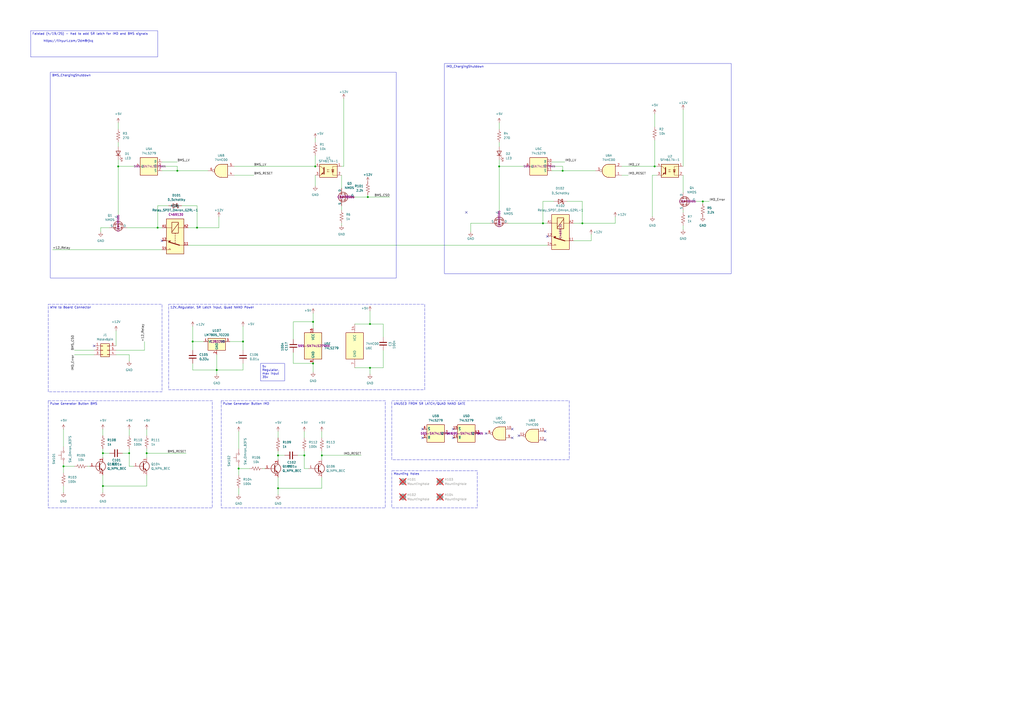
<source format=kicad_sch>
(kicad_sch (version 20250114) (generator "eeschema") (generator_version "9.0")
  (paper "A2")
  (text "https://tinyurl.com/2dm8rjkq" (at 39.624 23.876 0) (effects (font (size 1.27 1.27))))
  (text_box "IMD_ChargingShutdown" (at 257.81 36.83 0) (size 166.37 121.92) (margins 0.9525 0.9525 0.9525 0.9525) (effects (font (size 1.27 1.27)) (justify left top)))
  (text_box "Pulse Generator Button BMS\n" (at 27.94 232.41 0) (size 95.25 62.23) (margins 0.9525 0.9525 0.9525 0.9525) (stroke (width 0) (type dash)) (effects (font (size 1.27 1.27)) (justify left top)))
  (text_box "UNUSED FROM SR LATCH/QUAD NAND GATE" (at 227.33 232.41 0) (size 102.87 34.29) (margins 0.9525 0.9525 0.9525 0.9525) (stroke (width 0) (type dash)) (effects (font (size 1.27 1.27)) (justify left top)))
  (text_box "Wire to Board Connector" (at 27.94 176.53 0) (size 66.04 50.8) (margins 0.9525 0.9525 0.9525 0.9525) (stroke (width 0) (type dash)) (effects (font (size 1.27 1.27)) (justify left top)))
  (text_box "Falstad (4/19/25) - Had to add SR latch for IMD and BMS signals" (at 17.78 17.78 0) (size 73.66 15.24) (margins 0.9525 0.9525 0.9525 0.9525) (effects (font (size 1.27 1.27)) (justify left top)))
  (text_box "5v Regulator, max input 35v" (at 151.13 210.82 0) (size 13.97 10.16) (margins 0.9525 0.9525 0.9525 0.9525) (effects (font (size 1.27 1.27)) (justify left top)))
  (text_box "12V_Regulator, SR Latch input, Quad NAND Power" (at 97.79 176.53 0) (size 148.59 49.53) (margins 0.9525 0.9525 0.9525 0.9525) (stroke (width 0) (type dash)) (effects (font (size 1.27 1.27)) (justify left top)))
  (text_box "BMS_ChargingShutdown" (at 29.21 41.91 0) (size 200.66 119.38) (margins 0.9525 0.9525 0.9525 0.9525) (effects (font (size 1.27 1.27)) (justify left top)))
  (text_box "Pulse Generator Button IMD" (at 128.27 232.41 0) (size 95.25 62.23) (margins 0.9525 0.9525 0.9525 0.9525) (stroke (width 0) (type dash)) (effects (font (size 1.27 1.27)) (justify left top)))
  (text_box "Mounting Holes" (at 227.33 273.05 0) (size 49.53 21.59) (margins 0.9525 0.9525 0.9525 0.9525) (stroke (width 0) (type dash)) (effects (font (size 1.27 1.27)) (justify left top)))
  (junction (at 102.87 99.06))
  (junction (at 326.39 99.06))
  (junction (at 140.97 198.12))
  (junction (at 111.76 198.12))
  (junction (at 85.09 262.89))
  (junction (at 114.3 132.08))
  (junction (at 91.44 132.08))
  (junction (at 186.69 264.16))
  (junction (at 289.56 96.52))
  (junction (at 59.69 262.89))
  (junction (at 161.29 283.21))
  (junction (at 379.73 96.52))
  (junction (at 138.43 271.78))
  (junction (at 176.53 264.16))
  (junction (at 68.58 96.52))
  (junction (at 125.73 214.63))
  (junction (at 407.67 116.84))
  (junction (at 337.82 129.54))
  (junction (at 213.36 114.3))
  (junction (at 214.63 213.36))
  (junction (at 182.88 96.52))
  (junction (at 314.96 129.54))
  (junction (at 59.69 281.94))
  (junction (at 161.29 264.16))
  (junction (at 181.61 210.82))
  (junction (at 74.93 262.89))
  (junction (at 181.61 186.69))
  (junction (at 214.63 187.96))
  (junction (at 36.83 270.51))
  (no_connect (at 245.11 254))
  (no_connect (at 54.61 200.66))
  (no_connect (at 316.23 255.27))
  (no_connect (at 245.11 248.92))
  (no_connect (at 317.5 137.16))
  (no_connect (at 93.98 139.7))
  (no_connect (at 260.35 251.46))
  (no_connect (at 281.94 251.46))
  (no_connect (at 270.51 123.19))
  (no_connect (at 262.89 254))
  (no_connect (at 300.99 252.73))
  (no_connect (at 316.23 250.19))
  (no_connect (at 278.13 251.46))
  (no_connect (at 297.18 254))
  (no_connect (at 297.18 248.92))
  (no_connect (at 262.89 248.92))
  (wire (pts (xy 140.97 198.12) (xy 140.97 203.2)))
  (wire (pts (xy 59.69 275.59) (xy 59.69 281.94)))
  (wire (pts (xy 403.86 116.84) (xy 407.67 116.84)))
  (wire (pts (xy 102.87 99.06) (xy 102.87 96.52)))
  (wire (pts (xy 74.93 205.74) (xy 74.93 209.55)))
  (wire (pts (xy 67.31 205.74) (xy 74.93 205.74)))
  (wire (pts (xy 396.24 96.52) (xy 396.24 63.5)))
  (wire (pts (xy 36.83 269.24) (xy 36.83 270.51)))
  (wire (pts (xy 161.29 261.62) (xy 161.29 264.16)))
  (wire (pts (xy 289.56 71.12) (xy 289.56 74.93)))
  (wire (pts (xy 289.56 96.52) (xy 289.56 92.71)))
  (wire (pts (xy 85.09 281.94) (xy 59.69 281.94)))
  (wire (pts (xy 356.87 125.73) (xy 356.87 129.54)))
  (wire (pts (xy 36.83 270.51) (xy 43.18 270.51)))
  (wire (pts (xy 73.66 132.08) (xy 91.44 132.08)))
  (wire (pts (xy 85.09 248.92) (xy 85.09 252.73)))
  (wire (pts (xy 43.18 203.2) (xy 54.61 203.2)))
  (wire (pts (xy 182.88 101.6) (xy 182.88 107.95)))
  (wire (pts (xy 114.3 132.08) (xy 109.22 132.08)))
  (wire (pts (xy 176.53 271.78) (xy 179.07 271.78)))
  (wire (pts (xy 58.42 132.08) (xy 58.42 134.62)))
  (wire (pts (xy 111.76 198.12) (xy 118.11 198.12)))
  (wire (pts (xy 59.69 262.89) (xy 59.69 265.43)))
  (wire (pts (xy 198.12 129.54) (xy 198.12 130.81)))
  (wire (pts (xy 396.24 121.92) (xy 396.24 123.19)))
  (wire (pts (xy 182.88 90.17) (xy 182.88 96.52)))
  (wire (pts (xy 320.04 93.98) (xy 327.66 93.98)))
  (wire (pts (xy 109.22 142.24) (xy 317.5 142.24)))
  (wire (pts (xy 326.39 96.52) (xy 326.39 99.06)))
  (wire (pts (xy 337.82 129.54) (xy 332.74 129.54)))
  (wire (pts (xy 284.48 129.54) (xy 273.05 129.54)))
  (wire (pts (xy 289.56 96.52) (xy 304.8 96.52)))
  (wire (pts (xy 74.93 262.89) (xy 74.93 270.51)))
  (wire (pts (xy 379.73 66.04) (xy 379.73 73.66)))
  (wire (pts (xy 314.96 116.84) (xy 321.31 116.84)))
  (wire (pts (xy 396.24 101.6) (xy 396.24 111.76)))
  (wire (pts (xy 273.05 129.54) (xy 273.05 134.62)))
  (wire (pts (xy 396.24 130.81) (xy 396.24 133.35)))
  (wire (pts (xy 181.61 210.82) (xy 181.61 215.9)))
  (wire (pts (xy 111.76 214.63) (xy 125.73 214.63)))
  (wire (pts (xy 226.06 114.3) (xy 213.36 114.3)))
  (wire (pts (xy 342.9 135.89) (xy 342.9 139.7)))
  (wire (pts (xy 182.88 80.01) (xy 182.88 82.55)))
  (wire (pts (xy 138.43 271.78) (xy 144.78 271.78)))
  (wire (pts (xy 114.3 119.38) (xy 114.3 132.08)))
  (wire (pts (xy 127 125.73) (xy 127 132.08)))
  (wire (pts (xy 170.18 196.85) (xy 170.18 186.69)))
  (wire (pts (xy 186.69 264.16) (xy 186.69 266.7)))
  (wire (pts (xy 93.98 132.08) (xy 91.44 132.08)))
  (wire (pts (xy 176.53 250.19) (xy 176.53 254)))
  (wire (pts (xy 152.4 271.78) (xy 153.67 271.78)))
  (wire (pts (xy 342.9 139.7) (xy 332.74 139.7)))
  (wire (pts (xy 289.56 96.52) (xy 289.56 121.92)))
  (wire (pts (xy 213.36 113.03) (xy 213.36 114.3)))
  (wire (pts (xy 294.64 129.54) (xy 314.96 129.54)))
  (wire (pts (xy 161.29 264.16) (xy 165.1 264.16)))
  (wire (pts (xy 320.04 96.52) (xy 326.39 96.52)))
  (wire (pts (xy 170.18 186.69) (xy 181.61 186.69)))
  (wire (pts (xy 138.43 270.51) (xy 138.43 271.78)))
  (wire (pts (xy 289.56 82.55) (xy 289.56 85.09)))
  (wire (pts (xy 68.58 71.12) (xy 68.58 74.93)))
  (wire (pts (xy 181.61 186.69) (xy 181.61 190.5)))
  (wire (pts (xy 186.69 283.21) (xy 161.29 283.21)))
  (wire (pts (xy 181.61 210.82) (xy 170.18 210.82)))
  (wire (pts (xy 59.69 262.89) (xy 63.5 262.89)))
  (wire (pts (xy 328.93 116.84) (xy 337.82 116.84)))
  (wire (pts (xy 91.44 119.38) (xy 91.44 132.08)))
  (wire (pts (xy 59.69 281.94) (xy 59.69 285.75)))
  (wire (pts (xy 214.63 180.34) (xy 214.63 187.96)))
  (wire (pts (xy 407.67 116.84) (xy 407.67 118.11)))
  (wire (pts (xy 68.58 96.52) (xy 78.74 96.52)))
  (wire (pts (xy 127 132.08) (xy 114.3 132.08)))
  (wire (pts (xy 58.42 132.08) (xy 63.5 132.08)))
  (wire (pts (xy 214.63 213.36) (xy 205.74 213.36)))
  (wire (pts (xy 107.95 262.89) (xy 85.09 262.89)))
  (wire (pts (xy 133.35 198.12) (xy 140.97 198.12)))
  (wire (pts (xy 111.76 210.82) (xy 111.76 214.63)))
  (wire (pts (xy 317.5 129.54) (xy 314.96 129.54)))
  (wire (pts (xy 36.83 270.51) (xy 36.83 274.32)))
  (wire (pts (xy 36.83 281.94) (xy 36.83 285.75)))
  (wire (pts (xy 209.55 264.16) (xy 186.69 264.16)))
  (wire (pts (xy 105.41 119.38) (xy 114.3 119.38)))
  (wire (pts (xy 199.39 57.15) (xy 199.39 96.52)))
  (wire (pts (xy 378.46 101.6) (xy 381 101.6)))
  (wire (pts (xy 176.53 264.16) (xy 176.53 261.62)))
  (wire (pts (xy 111.76 189.23) (xy 111.76 198.12)))
  (wire (pts (xy 140.97 189.23) (xy 140.97 198.12)))
  (wire (pts (xy 138.43 260.35) (xy 138.43 250.19)))
  (wire (pts (xy 74.93 248.92) (xy 74.93 252.73)))
  (wire (pts (xy 111.76 198.12) (xy 111.76 203.2)))
  (wire (pts (xy 59.69 260.35) (xy 59.69 262.89)))
  (wire (pts (xy 407.67 116.84) (xy 411.48 116.84)))
  (wire (pts (xy 198.12 101.6) (xy 198.12 109.22)))
  (wire (pts (xy 93.98 93.98) (xy 102.87 93.98)))
  (wire (pts (xy 337.82 129.54) (xy 356.87 129.54)))
  (wire (pts (xy 36.83 259.08) (xy 36.83 248.92)))
  (wire (pts (xy 140.97 210.82) (xy 140.97 214.63)))
  (wire (pts (xy 135.89 101.6) (xy 147.32 101.6)))
  (wire (pts (xy 360.68 101.6) (xy 364.49 101.6)))
  (wire (pts (xy 378.46 101.6) (xy 378.46 125.73)))
  (wire (pts (xy 97.79 119.38) (xy 91.44 119.38)))
  (wire (pts (xy 93.98 99.06) (xy 102.87 99.06)))
  (wire (pts (xy 161.29 276.86) (xy 161.29 283.21)))
  (wire (pts (xy 222.25 203.2) (xy 222.25 213.36)))
  (wire (pts (xy 337.82 116.84) (xy 337.82 129.54)))
  (wire (pts (xy 199.39 96.52) (xy 198.12 96.52)))
  (wire (pts (xy 186.69 261.62) (xy 186.69 264.16)))
  (wire (pts (xy 67.31 191.77) (xy 67.31 200.66)))
  (wire (pts (xy 125.73 214.63) (xy 125.73 217.17)))
  (wire (pts (xy 83.82 203.2) (xy 83.82 198.12)))
  (wire (pts (xy 205.74 187.96) (xy 214.63 187.96)))
  (wire (pts (xy 161.29 264.16) (xy 161.29 266.7)))
  (wire (pts (xy 125.73 205.74) (xy 125.73 214.63)))
  (wire (pts (xy 320.04 99.06) (xy 326.39 99.06)))
  (wire (pts (xy 85.09 262.89) (xy 85.09 265.43)))
  (wire (pts (xy 170.18 210.82) (xy 170.18 204.47)))
  (wire (pts (xy 59.69 248.92) (xy 59.69 252.73)))
  (wire (pts (xy 379.73 81.28) (xy 379.73 96.52)))
  (wire (pts (xy 214.63 187.96) (xy 222.25 187.96)))
  (wire (pts (xy 198.12 119.38) (xy 198.12 121.92)))
  (wire (pts (xy 172.72 264.16) (xy 176.53 264.16)))
  (wire (pts (xy 360.68 96.52) (xy 379.73 96.52)))
  (wire (pts (xy 68.58 96.52) (xy 68.58 124.46)))
  (wire (pts (xy 138.43 283.21) (xy 138.43 287.02)))
  (wire (pts (xy 125.73 214.63) (xy 140.97 214.63)))
  (wire (pts (xy 186.69 250.19) (xy 186.69 254)))
  (wire (pts (xy 67.31 203.2) (xy 83.82 203.2)))
  (wire (pts (xy 135.89 96.52) (xy 182.88 96.52)))
  (wire (pts (xy 222.25 213.36) (xy 214.63 213.36)))
  (wire (pts (xy 85.09 275.59) (xy 85.09 281.94)))
  (wire (pts (xy 54.61 205.74) (xy 43.18 205.74)))
  (wire (pts (xy 50.8 270.51) (xy 52.07 270.51)))
  (wire (pts (xy 222.25 187.96) (xy 222.25 195.58)))
  (wire (pts (xy 102.87 99.06) (xy 120.65 99.06)))
  (wire (pts (xy 68.58 96.52) (xy 68.58 92.71)))
  (wire (pts (xy 176.53 264.16) (xy 176.53 271.78)))
  (wire (pts (xy 326.39 99.06) (xy 345.44 99.06)))
  (wire (pts (xy 85.09 260.35) (xy 85.09 262.89)))
  (wire (pts (xy 214.63 213.36) (xy 214.63 217.17)))
  (wire (pts (xy 102.87 96.52) (xy 93.98 96.52)))
  (wire (pts (xy 74.93 262.89) (xy 74.93 260.35)))
  (wire (pts (xy 71.12 262.89) (xy 74.93 262.89)))
  (wire (pts (xy 74.93 270.51) (xy 77.47 270.51)))
  (wire (pts (xy 205.74 114.3) (xy 213.36 114.3)))
  (wire (pts (xy 68.58 82.55) (xy 68.58 85.09)))
  (wire (pts (xy 314.96 129.54) (xy 314.96 116.84)))
  (wire (pts (xy 138.43 271.78) (xy 138.43 275.59)))
  (wire (pts (xy 30.48 144.78) (xy 93.98 144.78)))
  (wire (pts (xy 379.73 96.52) (xy 381 96.52)))
  (wire (pts (xy 161.29 283.21) (xy 161.29 287.02)))
  (wire (pts (xy 161.29 250.19) (xy 161.29 254)))
  (wire (pts (xy 181.61 181.61) (xy 181.61 186.69)))
  (wire (pts (xy 186.69 276.86) (xy 186.69 283.21)))
  (label "IMD_Error" (at 411.48 116.84 0))
  (label "BMS_LV" (at 102.87 93.98 0))
  (label "+12_Relay" (at 83.82 198.12 90))
  (label "BMS_CSO" (at 43.18 203.2 90))
  (label "IMD_LV" (at 364.49 96.52 0))
  (label "+12_Relay" (at 30.48 144.78 0))
  (label "IMD_Error" (at 43.18 205.74 270))
  (label "BMS_RESET" (at 147.32 101.6 0))
  (label "IMD_RESET" (at 209.55 264.16 180))
  (label "IMD_LV" (at 327.66 93.98 0))
  (label "IMD_RESET" (at 364.49 101.6 0))
  (label "BMS_LV" (at 147.32 96.52 0))
  (label "BMS_RESET" (at 107.95 262.89 180))
  (label "BMS_CSO" (at 226.06 114.3 180))
  (symbol (lib_id "Transistor_BJT:Q_NPN_BEC") (at 82.55 270.51 0) (unit 1)
    (property "Reference" "Q104" (at 87.63 269.2399 0) (effects (justify left)))
    (property "Value" "Q_NPN_BEC" (at 87.63 271.7799 0) (effects (justify left)))
    (property "Footprint" "Package_TO_SOT_THT:TO-92" (effects (hide yes)))
    (property "Datasheet" "https://diotec.com/request/datasheet/bc337.pdf" (effects (hide yes)))
    (property "Description" "NPN transistor, base/emitter/collector" (effects (hide yes)))
    (property "MPN" "BC338-25" (effects (hide yes)))
    (property "Digikey" "4878-BC338-25TB-ND" (effects (hide yes)))
  )
  (symbol (lib_id "Device:C") (at 140.97 207.01 0) (unit 1)
    (property "Reference" "C106" (at 144.78 205.7399 0) (effects (justify left)))
    (property "Value" "0.01u" (at 144.78 208.2799 0) (effects (justify left)))
    (property "Footprint" "Capacitor_THT:CP_Radial_D5.0mm_P2.50mm" (effects (hide yes)))
    (property "Datasheet" "https://search.murata.co.jp/Ceramy/image/img/A01X/G101/ENG/RDE_X7R_250V-1kV_E.pdf" (effects (hide yes)))
    (property "Description" "Unpolarized capacitor" (effects (hide yes)))
    (property "MPN" "RDER71H103K0P1H03B" (effects (hide yes)))
    (property "Digikey" "490-8813-ND" (effects (hide yes)))
  )
  (symbol (lib_id "power:GND") (at 396.24 133.35 0) (unit 1)
    (property "Reference" "#PWR016" (effects (hide yes)))
    (property "Value" "GND" (at 396.24 138.43 0))
    (property "Description" "Power symbol creates a global label with name \"GND\" , ground" (effects (hide yes)))
  )
  (symbol (lib_id "Device:R_US") (at 148.59 271.78 270) (unit 1)
    (property "Reference" "R106" (at 148.59 265.43 90))
    (property "Value" "10k" (at 148.59 267.97 90))
    (property "Footprint" "Resistor_THT:R_Axial_DIN0207_L6.3mm_D2.5mm_P7.62mm_Horizontal" (effects (hide yes)))
    (property "Datasheet" "https://www.yageo.com/upload/media/product/app/datasheet/lr/yageo-mfr_datasheet.pdf" (effects (hide yes)))
    (property "Description" "Resistor, US symbol" (effects (hide yes)))
    (property "MPN" "MFR-25FRF52-10K" (effects (hide yes)))
    (property "Digikey" "13-MFR-25FRF52-10KCT-ND" (effects (hide yes)))
  )
  (symbol (lib_id "74xx:74HC00") (at 308.61 252.73 180) (unit 4)
    (property "Reference" "U6" (at 308.6183 243.84 0))
    (property "Value" "74HC00" (at 308.6183 246.38 0))
    (property "Footprint" "Package_DIP:DIP-14_W7.62mm" (effects (hide yes)))
    (property "Datasheet" "http://www.ti.com/lit/gpn/sn74hc00" (effects (hide yes)))
    (property "Description" "quad 2-input NAND gate" (effects (hide yes)))
    (property "JLC#" "C2902" (effects (hide yes)))
    (property "MPN" "  SN74HC00N" (effects (hide yes)))
    (property "Digikey" "296-1563-5-ND" (effects (hide yes)))
  )
  (symbol (lib_id "74xx:74HC00") (at 289.56 251.46 180) (unit 3)
    (property "Reference" "U6" (at 289.5683 242.57 0))
    (property "Value" "74HC00" (at 289.5683 245.11 0))
    (property "Footprint" "Package_DIP:DIP-14_W7.62mm" (effects (hide yes)))
    (property "Datasheet" "http://www.ti.com/lit/gpn/sn74hc00" (effects (hide yes)))
    (property "Description" "quad 2-input NAND gate" (effects (hide yes)))
    (property "JLC#" "C2902" (effects (hide yes)))
    (property "MPN" "  SN74HC00N" (effects (hide yes)))
    (property "Digikey" "296-1563-5-ND" (effects (hide yes)))
  )
  (symbol (lib_id "power:+12V") (at 111.76 189.23 0) (unit 1)
    (property "Reference" "#PWR0116" (effects (hide yes)))
    (property "Value" "+12V" (at 116.078 188.214 0))
    (property "Description" "Power symbol creates a global label with name \"+12V\"" (effects (hide yes)))
  )
  (symbol (lib_id "Simulation_SPICE:NMOS") (at 398.78 116.84 0) (mirror y) (unit 1)
    (property "Reference" "Q4" (at 401.32 108.966 0))
    (property "Value" "NMOS" (at 401.32 111.506 0))
    (property "Footprint" "Package_TO_SOT_THT:TO-251-3_Vertical" (effects (hide yes)))
    (property "Datasheet" "https://www.infineon.com/assets/row/public/documents/24/49/infineon-ipu60r2k1ce-ds-en.pdf?fileId=5546d46249be182c0149c7e409461eac" (effects (hide yes)))
    (property "Description" "N-MOSFET transistor, drain/source/gate" (effects (hide yes)))
    (property "Sim.Device" "NMOS" (effects (hide yes)))
    (property "Sim.Type" "VDMOS" (effects (hide yes)))
    (property "Sim.Pins" "1=D 2=G 3=S" (effects (hide yes)))
    (property "JLC#" "C3278986" (at 398.78 116.84 0))
    (property "MPN" "  IPU60R2K1CEAKMA1" (effects (hide yes)))
    (property "Digikey" "  IPU60R2K1CEAKMA1-ND" (effects (hide yes)))
  )
  (symbol (lib_name "+5V_1") (lib_id "power:+5V") (at 59.69 248.92 0) (unit 1)
    (property "Reference" "#PWR0112" (effects (hide yes)))
    (property "Value" "+5V" (at 59.69 243.84 0))
    (property "Description" "Power symbol creates a global label with name \"+5V\"" (effects (hide yes)))
  )
  (symbol (lib_id "Device:C") (at 168.91 264.16 90) (unit 1)
    (property "Reference" "C102" (at 169.164 268.224 90))
    (property "Value" "0.01u" (at 169.418 270.51 90))
    (property "Footprint" "Capacitor_THT:CP_Radial_D5.0mm_P2.50mm" (effects (hide yes)))
    (property "Datasheet" "https://search.murata.co.jp/Ceramy/image/img/A01X/G101/ENG/RDE_X7R_250V-1kV_E.pdf" (effects (hide yes)))
    (property "Description" "Unpolarized capacitor" (effects (hide yes)))
    (property "MPN" "RDER71H103K0P1H03B" (effects (hide yes)))
    (property "Digikey" "490-8813-ND" (effects (hide yes)))
  )
  (symbol (lib_id "power:GND") (at 58.42 134.62 0) (unit 1)
    (property "Reference" "#PWR0101" (effects (hide yes)))
    (property "Value" "GND" (at 58.42 139.7 0))
    (property "Description" "Power symbol creates a global label with name \"GND\" , ground" (effects (hide yes)))
  )
  (symbol (lib_name "+5V_1") (lib_id "power:+5V") (at 36.83 248.92 0) (unit 1)
    (property "Reference" "#PWR0110" (effects (hide yes)))
    (property "Value" "+5V" (at 36.83 243.84 0))
    (property "Description" "Power symbol creates a global label with name \"+5V\"" (effects (hide yes)))
  )
  (symbol (lib_id "74xx:74LS279") (at 86.36 96.52 180) (unit 1)
    (property "Reference" "U5" (at 86.36 86.36 0))
    (property "Value" "74LS279" (at 86.36 88.9 0))
    (property "Footprint" "Package_DIP:DIP-16_W7.62mm" (effects (hide yes)))
    (property "Datasheet" "https://www.ti.com/lit/ds/symlink/sn54ls279a.pdf?ts=1755633696385&ref_url=https%253A%252F%252Fwww.mouser.com%252F" (effects (hide yes)))
    (property "Description" "Quad SR latch, DIP-16/SOIC-16/SOIC-16W" (effects (hide yes)))
    (property "MOUSER" " 595-SN74LS279AN" (at 86.36 96.52 0))
    (property "MPN" "  SN74LS279AN" (effects (hide yes)))
    (property "Digikey" "296-3684-5-ND" (effects (hide yes)))
    (property "JLC#" " C133941" (effects (hide yes)))
  )
  (symbol (lib_id "Device:R_US") (at 36.83 278.13 0) (unit 1)
    (property "Reference" "R103" (at 39.37 276.8599 0) (effects (justify left)))
    (property "Value" "100k" (at 39.37 279.3999 0) (effects (justify left)))
    (property "Footprint" "Resistor_THT:R_Axial_DIN0207_L6.3mm_D2.5mm_P7.62mm_Horizontal" (effects (hide yes)))
    (property "Datasheet" "R" (effects (hide yes)))
    (property "Description" "Resistor, US symbol" (effects (hide yes)))
    (property "MPN" "MFR-25FRF52-100K" (effects (hide yes)))
    (property "Digikey" "13-MFR-25FRF52-100KCT-ND" (effects (hide yes)))
  )
  (symbol (lib_id "Device:R_US") (at 68.58 78.74 0) (unit 1)
    (property "Reference" "R3" (at 71.12 77.4699 0) (effects (justify left)))
    (property "Value" "270" (at 71.12 80.0099 0) (effects (justify left)))
    (property "Footprint" "Resistor_THT:R_Axial_DIN0207_L6.3mm_D2.5mm_P7.62mm_Horizontal" (effects (hide yes)))
    (property "Datasheet" "https://www.yageo.com/upload/media/product/app/datasheet/lr/yageo-mfr_datasheet.pdf" (effects (hide yes)))
    (property "Description" "Resistor, US symbol" (effects (hide yes)))
    (property "MPN" "MFR25SFTF52-270R" (effects (hide yes)))
    (property "Digikey" "13-MFR25SFTF52-270RCT-ND" (effects (hide yes)))
  )
  (symbol (lib_id "Mechanical:MountingHole") (at 255.27 288.29 0) (unit 1) (exclude_from_sim yes) (in_bom no) (dnp yes)
    (property "Reference" "H104" (at 257.81 287.0199 0) (effects (justify left)))
    (property "Value" "MountingHole" (at 257.81 289.5599 0) (effects (justify left)))
    (property "Description" "Mounting Hole without connection" (effects (hide yes)))
  )
  (symbol (lib_name "+5V_1") (lib_id "power:+5V") (at 176.53 250.19 0) (unit 1)
    (property "Reference" "#PWR0123" (effects (hide yes)))
    (property "Value" "+5V" (at 176.53 245.11 0))
    (property "Description" "Power symbol creates a global label with name \"+5V\"" (effects (hide yes)))
  )
  (symbol (lib_id "power:+12V") (at 342.9 135.89 0) (unit 1)
    (property "Reference" "#PWR0109" (effects (hide yes)))
    (property "Value" "+12V" (at 346.71 134.62 0))
    (property "Description" "Power symbol creates a global label with name \"+12V\"" (effects (hide yes)))
  )
  (symbol (lib_id "Transistor_BJT:Q_NPN_BEC") (at 158.75 271.78 0) (unit 1)
    (property "Reference" "Q105" (at 163.83 270.5099 0) (effects (justify left)))
    (property "Value" "Q_NPN_BEC" (at 163.83 273.0499 0) (effects (justify left)))
    (property "Footprint" "Package_TO_SOT_THT:TO-92" (effects (hide yes)))
    (property "Datasheet" "https://diotec.com/request/datasheet/bc337.pdf" (effects (hide yes)))
    (property "Description" "NPN transistor, base/emitter/collector" (effects (hide yes)))
    (property "MPN" "BC338-25" (effects (hide yes)))
    (property "Digikey" "4878-BC338-25TB-ND" (effects (hide yes)))
  )
  (symbol (lib_id "power:+5V") (at 214.63 180.34 0) (unit 1)
    (property "Reference" "#PWR05" (effects (hide yes)))
    (property "Value" "+5V" (at 211.582 178.816 0))
    (property "Description" "Power symbol creates a global label with name \"+5V\"" (effects (hide yes)))
  )
  (symbol (lib_name "GND_2") (lib_id "power:GND") (at 36.83 285.75 0) (unit 1)
    (property "Reference" "#PWR0111" (effects (hide yes)))
    (property "Value" "GND" (at 36.83 290.83 0))
    (property "Description" "Power symbol creates a global label with name \"GND\" , ground" (effects (hide yes)))
  )
  (symbol (lib_id "power:+5V") (at 289.56 71.12 0) (unit 1)
    (property "Reference" "#PWR012" (effects (hide yes)))
    (property "Value" "+5V" (at 289.56 66.04 0))
    (property "Description" "Power symbol creates a global label with name \"+5V\"" (effects (hide yes)))
  )
  (symbol (lib_id "Device:D_Schottky") (at 101.6 119.38 180) (unit 1)
    (property "Reference" "D101" (at 102.362 113.284 0))
    (property "Value" "D_Schottky" (at 102.362 115.824 0))
    (property "Footprint" "Diode_THT:D_DO-201AD_P12.70mm_Horizontal" (effects (hide yes)))
    (property "Datasheet" "https://services.taiwansemi.com/storage/resources/datasheet/SR302%20SERIES_J2105.pdf" (effects (hide yes)))
    (property "Description" "Schottky diode" (effects (hide yes)))
    (property "MPN" "SR304 A0G" (effects (hide yes)))
    (property "Digikey" "SR304A0GCT-ND" (effects (hide yes)))
  )
  (symbol (lib_id "Transistor_BJT:Q_NPN_BEC") (at 57.15 270.51 0) (unit 1)
    (property "Reference" "Q103" (at 62.23 269.2399 0) (effects (justify left)))
    (property "Value" "Q_NPN_BEC" (at 62.23 271.7799 0) (effects (justify left)))
    (property "Footprint" "Package_TO_SOT_THT:TO-92" (effects (hide yes)))
    (property "Datasheet" "https://diotec.com/request/datasheet/bc337.pdf" (effects (hide yes)))
    (property "Description" "NPN transistor, base/emitter/collector" (effects (hide yes)))
    (property "MPN" "BC338-25" (effects (hide yes)))
    (property "Digikey" "4878-BC338-25TB-ND" (effects (hide yes)))
  )
  (symbol (lib_id "Simulation_SPICE:NMOS") (at 289.56 127 270) (unit 1)
    (property "Reference" "Q2" (at 294.894 121.412 90))
    (property "Value" "NMOS" (at 294.894 123.952 90))
    (property "Footprint" "Package_TO_SOT_THT:TO-251-3_Vertical" (effects (hide yes)))
    (property "Datasheet" "https://www.infineon.com/assets/row/public/documents/24/49/infineon-ipu60r2k1ce-ds-en.pdf?fileId=5546d46249be182c0149c7e409461eac" (effects (hide yes)))
    (property "Description" "N-MOSFET transistor, drain/source/gate" (effects (hide yes)))
    (property "Sim.Device" "NMOS" (effects (hide yes)))
    (property "Sim.Type" "VDMOS" (effects (hide yes)))
    (property "Sim.Pins" "1=D 2=G 3=S" (effects (hide yes)))
    (property "JLC#" "C3278986" (at 289.56 127 0))
    (property "MPN" "  IPU60R2K1CEAKMA1" (effects (hide yes)))
    (property "Digikey" "  IPU60R2K1CEAKMA1-ND" (effects (hide yes)))
  )
  (symbol (lib_id "Device:R_US") (at 407.67 121.92 0) (unit 1)
    (property "Reference" "R5" (at 410.21 120.6499 0) (effects (justify left)))
    (property "Value" "2.2k" (at 410.21 123.1899 0) (effects (justify left)))
    (property "Footprint" "Resistor_THT:R_Axial_DIN0207_L6.3mm_D2.5mm_P7.62mm_Horizontal" (effects (hide yes)))
    (property "Datasheet" "https://www.yageo.com/upload/media/product/app/datasheet/lr/yageo-mfr_datasheet.pdf" (effects (hide yes)))
    (property "Description" "Resistor, US symbol" (effects (hide yes)))
    (property "MPN" "MFR-25FTF52-2K2" (effects (hide yes)))
    (property "Digikey" "13-MFR-25FTF52-2K2CT-ND" (effects (hide yes)))
  )
  (symbol (lib_id "Device:R_US") (at 379.73 77.47 0) (unit 1)
    (property "Reference" "R2" (at 382.27 74.93 0) (effects (justify left)))
    (property "Value" "10k" (at 382.27 77.47 0) (effects (justify left)))
    (property "Footprint" "Resistor_THT:R_Axial_DIN0207_L6.3mm_D2.5mm_P7.62mm_Horizontal" (effects (hide yes)))
    (property "Datasheet" "https://www.yageo.com/upload/media/product/app/datasheet/lr/yageo-mfr_datasheet.pdf" (effects (hide yes)))
    (property "Description" "Resistor, US symbol" (effects (hide yes)))
    (property "MPN" "MFR-25FRF52-10K" (effects (hide yes)))
    (property "Digikey" "13-MFR-25FRF52-10KCT-ND" (effects (hide yes)))
  )
  (symbol (lib_id "power:+5V") (at 140.97 189.23 0) (unit 1)
    (property "Reference" "#PWR0118" (effects (hide yes)))
    (property "Value" "+5V" (at 143.51 187.9599 0) (effects (justify left)))
    (property "Description" "Power symbol creates a global label with name \"+5V\"" (effects (hide yes)))
  )
  (symbol (lib_id "Device:R_US") (at 85.09 256.54 0) (unit 1)
    (property "Reference" "R111" (at 87.63 255.2699 0) (effects (justify left)))
    (property "Value" "1k" (at 87.63 257.8099 0) (effects (justify left)))
    (property "Footprint" "Resistor_THT:R_Axial_DIN0207_L6.3mm_D2.5mm_P7.62mm_Horizontal" (effects (hide yes)))
    (property "Datasheet" "https://www.yageo.com/upload/media/product/app/datasheet/lr/yageo-mfr_datasheet.pdf" (effects (hide yes)))
    (property "Description" "Resistor, US symbol" (effects (hide yes)))
    (property "MPN" "MFR-25FBF52-1K" (effects (hide yes)))
    (property "Digikey" "1.00KXBK-ND" (effects (hide yes)))
  )
  (symbol (lib_id "power:+12V") (at 213.36 105.41 0) (mirror y) (unit 1)
    (property "Reference" "#PWR0102" (effects (hide yes)))
    (property "Value" "+12V" (at 213.36 101.346 0))
    (property "Description" "Power symbol creates a global label with name \"+12V\"" (effects (hide yes)))
  )
  (symbol (lib_name "GND_2") (lib_id "power:GND") (at 161.29 287.02 0) (unit 1)
    (property "Reference" "#PWR0122" (effects (hide yes)))
    (property "Value" "GND" (at 161.29 292.1 0))
    (property "Description" "Power symbol creates a global label with name \"GND\" , ground" (effects (hide yes)))
  )
  (symbol (lib_id "Device:R_US") (at 198.12 125.73 0) (unit 1)
    (property "Reference" "R6" (at 200.66 124.4599 0) (effects (justify left)))
    (property "Value" "1k" (at 200.66 126.9999 0) (effects (justify left)))
    (property "Footprint" "Resistor_THT:R_Axial_DIN0207_L6.3mm_D2.5mm_P7.62mm_Horizontal" (effects (hide yes)))
    (property "Datasheet" "https://www.yageo.com/upload/media/product/app/datasheet/lr/yageo-mfr_datasheet.pdf" (effects (hide yes)))
    (property "Description" "Resistor, US symbol" (effects (hide yes)))
    (property "MPN" "MFR-25FBF52-1K" (effects (hide yes)))
    (property "Digikey" "1.00KXBK-ND" (effects (hide yes)))
  )
  (symbol (lib_id "Switch:SW_Omron_B3FS") (at 138.43 265.43 90) (unit 1)
    (property "Reference" "SW102" (at 132.842 264.16 0) (effects (justify right)))
    (property "Value" "SW_Omron_B3FS" (at 142.24 254 0) (effects (justify right)))
    (property "Footprint" "Button_Switch_THT:SW_PUSH_6mm_H4.3mm" (effects (hide yes)))
    (property "Datasheet" "https://omronfs.omron.com/en_US/ecb/products/pdf/en-b3f.pdf" (effects (hide yes)))
    (property "Description" "Omron B3FS 6x6mm single pole normally-open tactile switch" (effects (hide yes)))
    (property "MPN" "  B3F-1000" (effects (hide yes)))
    (property "Digikey" "  SW400-ND" (effects (hide yes)))
  )
  (symbol (lib_id "Device:R_US") (at 396.24 127 0) (unit 1)
    (property "Reference" "R7" (at 398.78 125.7299 0) (effects (justify left)))
    (property "Value" "1k" (at 398.78 128.2699 0) (effects (justify left)))
    (property "Footprint" "Resistor_THT:R_Axial_DIN0207_L6.3mm_D2.5mm_P7.62mm_Horizontal" (effects (hide yes)))
    (property "Datasheet" "https://www.yageo.com/upload/media/product/app/datasheet/lr/yageo-mfr_datasheet.pdf" (effects (hide yes)))
    (property "Description" "Resistor, US symbol" (effects (hide yes)))
    (property "MPN" "MFR-25FBF52-1K" (effects (hide yes)))
    (property "Digikey" "1.00KXBK-ND" (effects (hide yes)))
  )
  (symbol (lib_id "power:GND") (at 214.63 217.17 0) (unit 1)
    (property "Reference" "#PWR09" (effects (hide yes)))
    (property "Value" "GND" (at 214.63 222.25 0))
    (property "Description" "Power symbol creates a global label with name \"GND\" , ground" (effects (hide yes)))
  )
  (symbol (lib_id "Connector_Generic:Conn_02x03_Counter_Clockwise") (at 59.69 203.2 0) (unit 1)
    (property "Reference" "J1" (at 60.96 194.31 0))
    (property "Value" "Molex6pin" (at 60.96 196.85 0))
    (property "Footprint" "Connector_Molex:Molex_Mini-Fit_Jr_5566-06A_2x03_P4.20mm_Vertical" (effects (hide yes)))
    (property "Datasheet" "https://www.molex.com/en-us/products/part-detail/39281063?display=pdf" (effects (hide yes)))
    (property "Description" "Generic connector, double row, 02x03, counter clockwise pin numbering scheme (similar to DIP package numbering), script generated (kicad-library-utils/schlib/autogen/connector/)" (effects (hide yes)))
    (property "MPN" "  0039281063" (effects (hide yes)))
    (property "Digikey" "  WM3802-ND" (effects (hide yes)))
  )
  (symbol (lib_id "Relay:G2RL-1") (at 101.6 137.16 90) (mirror x) (unit 1)
    (property "Reference" "K101" (at 101.6 119.38 90))
    (property "Value" "Relay_SPDT_Omron_G2RL-1" (at 101.6 121.92 90))
    (property "Footprint" "Relay_THT:Relay_SPDT_Omron_G2RL-1" (effects (hide yes)))
    (property "Datasheet" "https://omronfs.omron.com/en_US/ecb/products/pdf/en-g2rl.pdf" (effects (hide yes)))
    (property "Description" "General Purpose Low Profile Relay SPDT Through Hole, Omron G2RL series, 12A 250VAC" (effects (hide yes)))
    (property "JLC#" " C469130" (at 101.6 124.46 90))
    (property "MPN" "  G2RL-1 DC12" (effects (hide yes)))
    (property "Digikey" "  Z3076-ND" (effects (hide yes)))
  )
  (symbol (lib_id "Device:C") (at 222.25 199.39 0) (mirror y) (unit 1)
    (property "Reference" "C3" (at 226.314 199.644 90))
    (property "Value" "100n" (at 228.6 199.898 90))
    (property "Footprint" "Capacitor_THT:CP_Radial_D5.0mm_P2.50mm" (effects (hide yes)))
    (property "Datasheet" "https://search.murata.co.jp/Ceramy/image/img/A01X/G101/ENG/RDE_X7R_250V-1kV_E.pdf" (effects (hide yes)))
    (property "Description" "Unpolarized capacitor" (effects (hide yes)))
    (property "JLC#" "C1591" (effects (hide yes)))
    (property "MPN" "RDER71H104K0P1H03B" (effects (hide yes)))
    (property "Digikey" "490-8815-ND" (effects (hide yes)))
  )
  (symbol (lib_id "Device:C") (at 170.18 200.66 0) (unit 1)
    (property "Reference" "C117" (at 166.116 200.914 90))
    (property "Value" "100n" (at 163.83 201.168 90))
    (property "Footprint" "Capacitor_THT:CP_Radial_D5.0mm_P2.50mm" (effects (hide yes)))
    (property "Datasheet" "https://search.murata.co.jp/Ceramy/image/img/A01X/G101/ENG/RDE_X7R_250V-1kV_E.pdf" (effects (hide yes)))
    (property "Description" "Unpolarized capacitor" (effects (hide yes)))
    (property "MPN" "RDER71H104K0P1H03B" (effects (hide yes)))
    (property "Digikey" "490-8815-ND" (effects (hide yes)))
  )
  (symbol (lib_id "Device:R_US") (at 59.69 256.54 0) (unit 1)
    (property "Reference" "R108" (at 62.23 255.2699 0) (effects (justify left)))
    (property "Value" "1k" (at 62.23 257.8099 0) (effects (justify left)))
    (property "Footprint" "Resistor_THT:R_Axial_DIN0207_L6.3mm_D2.5mm_P7.62mm_Horizontal" (effects (hide yes)))
    (property "Datasheet" "https://www.yageo.com/upload/media/product/app/datasheet/lr/yageo-mfr_datasheet.pdf" (effects (hide yes)))
    (property "Description" "Resistor, US symbol" (effects (hide yes)))
    (property "MPN" "MFR-25FBF52-1K" (effects (hide yes)))
    (property "Digikey" "1.00KXBK-ND" (effects (hide yes)))
  )
  (symbol (lib_id "74xx:74HC00") (at 353.06 99.06 180) (unit 1)
    (property "Reference" "U6" (at 353.0683 90.17 0))
    (property "Value" "74HC00" (at 353.0683 92.71 0))
    (property "Footprint" "Package_DIP:DIP-14_W7.62mm" (effects (hide yes)))
    (property "Datasheet" "http://www.ti.com/lit/gpn/sn74hc00" (effects (hide yes)))
    (property "Description" "quad 2-input NAND gate" (effects (hide yes)))
    (property "JLC#" "C2902" (effects (hide yes)))
    (property "MPN" "  SN74HC00N" (effects (hide yes)))
    (property "Digikey" "296-1563-5-ND" (effects (hide yes)))
  )
  (symbol (lib_id "Device:R_US") (at 138.43 279.4 0) (unit 1)
    (property "Reference" "R104" (at 140.97 278.1299 0) (effects (justify left)))
    (property "Value" "100k" (at 140.97 280.6699 0) (effects (justify left)))
    (property "Footprint" "Resistor_THT:R_Axial_DIN0207_L6.3mm_D2.5mm_P7.62mm_Horizontal" (effects (hide yes)))
    (property "Datasheet" "R" (effects (hide yes)))
    (property "Description" "Resistor, US symbol" (effects (hide yes)))
    (property "MPN" "MFR-25FRF52-100K" (effects (hide yes)))
    (property "Digikey" "13-MFR-25FRF52-100KCT-ND" (effects (hide yes)))
  )
  (symbol (lib_name "+5V_1") (lib_id "power:+5V") (at 161.29 250.19 0) (unit 1)
    (property "Reference" "#PWR0121" (effects (hide yes)))
    (property "Value" "+5V" (at 161.29 245.11 0))
    (property "Description" "Power symbol creates a global label with name \"+5V\"" (effects (hide yes)))
  )
  (symbol (lib_id "Device:R_US") (at 161.29 257.81 0) (unit 1)
    (property "Reference" "R109" (at 163.83 256.5399 0) (effects (justify left)))
    (property "Value" "1k" (at 163.83 259.0799 0) (effects (justify left)))
    (property "Footprint" "Resistor_THT:R_Axial_DIN0207_L6.3mm_D2.5mm_P7.62mm_Horizontal" (effects (hide yes)))
    (property "Datasheet" "https://www.yageo.com/upload/media/product/app/datasheet/lr/yageo-mfr_datasheet.pdf" (effects (hide yes)))
    (property "Description" "Resistor, US symbol" (effects (hide yes)))
    (property "MPN" "MFR-25FBF52-1K" (effects (hide yes)))
    (property "Digikey" "1.00KXBK-ND" (effects (hide yes)))
  )
  (symbol (lib_id "Mechanical:MountingHole") (at 255.27 279.4 0) (unit 1) (exclude_from_sim yes) (in_bom no) (dnp yes)
    (property "Reference" "H103" (at 257.81 278.1299 0) (effects (justify left)))
    (property "Value" "MountingHole" (at 257.81 280.6699 0) (effects (justify left)))
    (property "Description" "Mounting Hole without connection" (effects (hide yes)))
  )
  (symbol (lib_id "power:GND") (at 273.05 134.62 0) (unit 1)
    (property "Reference" "#PWR0106" (effects (hide yes)))
    (property "Value" "GND" (at 273.05 138.43 0))
    (property "Description" "Power symbol creates a global label with name \"GND\" , ground" (effects (hide yes)))
  )
  (symbol (lib_id "Switch:SW_Omron_B3FS") (at 36.83 264.16 90) (unit 1)
    (property "Reference" "SW101" (at 31.242 262.89 0) (effects (justify right)))
    (property "Value" "SW_Omron_B3FS" (at 40.64 252.73 0) (effects (justify right)))
    (property "Footprint" "Button_Switch_THT:SW_PUSH_6mm_H4.3mm" (effects (hide yes)))
    (property "Datasheet" "https://omronfs.omron.com/en_US/ecb/products/pdf/en-b3f.pdf" (effects (hide yes)))
    (property "Description" "Omron B3FS 6x6mm single pole normally-open tactile switch" (effects (hide yes)))
    (property "MPN" "  B3F-1000" (effects (hide yes)))
    (property "Digikey" "  SW400-ND" (effects (hide yes)))
  )
  (symbol (lib_id "Device:LED") (at 289.56 88.9 90) (unit 1)
    (property "Reference" "D2" (at 293.37 89.2174 90) (effects (justify right)))
    (property "Value" "LED" (at 293.37 91.7574 90) (effects (justify right)))
    (property "Footprint" "LED_THT:LED_D3.0mm" (effects (hide yes)))
    (property "Datasheet" "https://mm.digikey.com/Volume0/opasdata/d220001/medias/docus/1139/HLMP-D101%2CD105%2CK101%2CK105.pdf" (effects (hide yes)))
    (property "Description" "Light emitting diode" (effects (hide yes)))
    (property "Sim.Pins" "1=K 2=A" (effects (hide yes)))
    (property "MPN" "HLMP-K101" (effects (hide yes)))
    (property "Digikey" "516-1313-ND" (effects (hide yes)))
  )
  (symbol (lib_id "Device:R_US") (at 182.88 86.36 0) (unit 1)
    (property "Reference" "R1" (at 185.42 83.82 0) (effects (justify left)))
    (property "Value" "10k" (at 185.42 86.36 0) (effects (justify left)))
    (property "Footprint" "Resistor_THT:R_Axial_DIN0207_L6.3mm_D2.5mm_P7.62mm_Horizontal" (effects (hide yes)))
    (property "Datasheet" "https://www.yageo.com/upload/media/product/app/datasheet/lr/yageo-mfr_datasheet.pdf" (effects (hide yes)))
    (property "Description" "Resistor, US symbol" (effects (hide yes)))
    (property "MPN" "MFR-25FRF52-10K" (effects (hide yes)))
    (property "Digikey" "13-MFR-25FRF52-10KCT-ND" (effects (hide yes)))
  )
  (symbol (lib_name "+5V_1") (lib_id "power:+5V") (at 186.69 250.19 0) (unit 1)
    (property "Reference" "#PWR0124" (effects (hide yes)))
    (property "Value" "+5V" (at 186.69 245.11 0))
    (property "Description" "Power symbol creates a global label with name \"+5V\"" (effects (hide yes)))
  )
  (symbol (lib_id "power:+5V") (at 181.61 181.61 0) (unit 1)
    (property "Reference" "#PWR014" (effects (hide yes)))
    (property "Value" "+5V" (at 178.562 180.086 0))
    (property "Description" "Power symbol creates a global label with name \"+5V\"" (effects (hide yes)))
  )
  (symbol (lib_id "Device:R_US") (at 46.99 270.51 270) (unit 1)
    (property "Reference" "R105" (at 46.99 264.16 90))
    (property "Value" "10k" (at 46.99 266.7 90))
    (property "Footprint" "Resistor_THT:R_Axial_DIN0207_L6.3mm_D2.5mm_P7.62mm_Horizontal" (effects (hide yes)))
    (property "Datasheet" "https://www.yageo.com/upload/media/product/app/datasheet/lr/yageo-mfr_datasheet.pdf" (effects (hide yes)))
    (property "Description" "Resistor, US symbol" (effects (hide yes)))
    (property "MPN" "MFR-25FRF52-10K" (effects (hide yes)))
    (property "Digikey" "13-MFR-25FRF52-10KCT-ND" (effects (hide yes)))
  )
  (symbol (lib_name "+5V_1") (lib_id "power:+5V") (at 74.93 248.92 0) (unit 1)
    (property "Reference" "#PWR0114" (effects (hide yes)))
    (property "Value" "+5V" (at 74.93 243.84 0))
    (property "Description" "Power symbol creates a global label with name \"+5V\"" (effects (hide yes)))
  )
  (symbol (lib_id "Relay:G2RL-1") (at 325.12 134.62 90) (mirror x) (unit 1)
    (property "Reference" "K102" (at 325.12 119.38 90))
    (property "Value" "Relay_SPDT_Omron_G2RL-1" (at 325.12 121.92 90))
    (property "Footprint" "Relay_THT:Relay_SPDT_Omron_G2RL-1" (effects (hide yes)))
    (property "Datasheet" "https://omronfs.omron.com/en_US/ecb/products/pdf/en-g2rl.pdf" (effects (hide yes)))
    (property "Description" "General Purpose Low Profile Relay SPDT Through Hole, Omron G2RL series, 12A 250VAC" (effects (hide yes)))
    (property "JLC#" " C469130" (at 325.12 134.62 0))
    (property "MPN" "  G2RL-1 DC12" (effects (hide yes)))
    (property "Digikey" "  Z3076-ND" (effects (hide yes)))
  )
  (symbol (lib_id "power:+12V") (at 127 125.73 0) (unit 1)
    (property "Reference" "#PWR0125" (effects (hide yes)))
    (property "Value" "+12V" (at 127 121.92 0))
    (property "Description" "Power symbol creates a global label with name \"+12V\"" (effects (hide yes)))
  )
  (symbol (lib_id "Device:C") (at 67.31 262.89 90) (unit 1)
    (property "Reference" "C101" (at 67.564 266.954 90))
    (property "Value" "0.01u" (at 67.818 269.24 90))
    (property "Footprint" "Capacitor_THT:CP_Radial_D5.0mm_P2.50mm" (effects (hide yes)))
    (property "Datasheet" "https://search.murata.co.jp/Ceramy/image/img/A01X/G101/ENG/RDE_X7R_250V-1kV_E.pdf" (effects (hide yes)))
    (property "Description" "Unpolarized capacitor" (effects (hide yes)))
    (property "MPN" "RDER71H103K0P1H03B" (effects (hide yes)))
    (property "Digikey" "490-8813-ND" (effects (hide yes)))
  )
  (symbol (lib_name "GND_2") (lib_id "power:GND") (at 59.69 285.75 0) (unit 1)
    (property "Reference" "#PWR0113" (effects (hide yes)))
    (property "Value" "GND" (at 59.69 290.83 0))
    (property "Description" "Power symbol creates a global label with name \"GND\" , ground" (effects (hide yes)))
  )
  (symbol (lib_id "74xx:74HC00") (at 128.27 99.06 180) (unit 2)
    (property "Reference" "U6" (at 128.2783 90.17 0))
    (property "Value" "74HC00" (at 128.2783 92.71 0))
    (property "Footprint" "Package_DIP:DIP-14_W7.62mm" (effects (hide yes)))
    (property "Datasheet" "http://www.ti.com/lit/gpn/sn74hc00" (effects (hide yes)))
    (property "Description" "quad 2-input NAND gate" (effects (hide yes)))
    (property "JLC#" "C2902" (effects (hide yes)))
    (property "MPN" "  SN74HC00N" (effects (hide yes)))
    (property "Digikey" "296-1563-5-ND" (effects (hide yes)))
  )
  (symbol (lib_id "power:+12V") (at 396.24 63.5 0) (unit 1)
    (property "Reference" "#PWR018" (effects (hide yes)))
    (property "Value" "+12V" (at 396.24 59.69 0))
    (property "Description" "Power symbol creates a global label with name \"+12V\"" (effects (hide yes)))
  )
  (symbol (lib_id "power:GND") (at 407.67 125.73 0) (unit 1)
    (property "Reference" "#PWR017" (effects (hide yes)))
    (property "Value" "GND" (at 407.67 130.81 0))
    (property "Description" "Power symbol creates a global label with name \"GND\" , ground" (effects (hide yes)))
  )
  (symbol (lib_id "Device:R_US") (at 289.56 78.74 0) (unit 1)
    (property "Reference" "R4" (at 292.1 77.4699 0) (effects (justify left)))
    (property "Value" "270" (at 292.1 80.0099 0) (effects (justify left)))
    (property "Footprint" "Resistor_THT:R_Axial_DIN0207_L6.3mm_D2.5mm_P7.62mm_Horizontal" (effects (hide yes)))
    (property "Datasheet" "https://www.yageo.com/upload/media/product/app/datasheet/lr/yageo-mfr_datasheet.pdf" (effects (hide yes)))
    (property "Description" "Resistor, US symbol" (effects (hide yes)))
    (property "MPN" "MFR25SFTF52-270R" (effects (hide yes)))
    (property "Digikey" "13-MFR25SFTF52-270RCT-ND" (effects (hide yes)))
  )
  (symbol (lib_id "Simulation_SPICE:NMOS") (at 200.66 114.3 0) (mirror y) (unit 1)
    (property "Reference" "Q3" (at 202.692 106.426 0))
    (property "Value" "NMOS" (at 202.692 108.966 0))
    (property "Footprint" "Package_TO_SOT_THT:TO-251-3_Vertical" (effects (hide yes)))
    (property "Datasheet" "https://www.infineon.com/assets/row/public/documents/24/49/infineon-ipu60r2k1ce-ds-en.pdf?fileId=5546d46249be182c0149c7e409461eac" (effects (hide yes)))
    (property "Description" "N-MOSFET transistor, drain/source/gate" (effects (hide yes)))
    (property "Sim.Device" "NMOS" (effects (hide yes)))
    (property "Sim.Type" "VDMOS" (effects (hide yes)))
    (property "Sim.Pins" "1=D 2=G 3=S" (effects (hide yes)))
    (property "JLC#" "C3278986" (at 200.66 114.3 0))
    (property "MPN" "  IPU60R2K1CEAKMA1" (effects (hide yes)))
    (property "Digikey" "  IPU60R2K1CEAKMA1-ND" (effects (hide yes)))
  )
  (symbol (lib_name "GND_2") (lib_id "power:GND") (at 138.43 287.02 0) (unit 1)
    (property "Reference" "#PWR0120" (effects (hide yes)))
    (property "Value" "GND" (at 138.43 292.1 0))
    (property "Description" "Power symbol creates a global label with name \"GND\" , ground" (effects (hide yes)))
  )
  (symbol (lib_id "power:+12V") (at 199.39 57.15 0) (unit 1)
    (property "Reference" "#PWR0105" (effects (hide yes)))
    (property "Value" "+12V" (at 199.39 53.34 0))
    (property "Description" "Power symbol creates a global label with name \"+12V\"" (effects (hide yes)))
  )
  (symbol (lib_id "power:GND") (at 182.88 107.95 0) (unit 1)
    (property "Reference" "#PWR01" (effects (hide yes)))
    (property "Value" "GND" (at 182.88 113.03 0))
    (property "Description" "Power symbol creates a global label with name \"GND\" , ground" (effects (hide yes)))
  )
  (symbol (lib_id "power:+12V") (at 356.87 125.73 0) (unit 1)
    (property "Reference" "#PWR0126" (effects (hide yes)))
    (property "Value" "+12V" (at 360.68 124.46 0))
    (property "Description" "Power symbol creates a global label with name \"+12V\"" (effects (hide yes)))
  )
  (symbol (lib_id "power:+5V") (at 68.58 71.12 0) (unit 1)
    (property "Reference" "#PWR011" (effects (hide yes)))
    (property "Value" "+5V" (at 68.58 66.04 0))
    (property "Description" "Power symbol creates a global label with name \"+5V\"" (effects (hide yes)))
  )
  (symbol (lib_id "power:GND") (at 378.46 125.73 0) (unit 1)
    (property "Reference" "#PWR02" (effects (hide yes)))
    (property "Value" "GND" (at 378.46 130.81 0))
    (property "Description" "Power symbol creates a global label with name \"GND\" , ground" (effects (hide yes)))
  )
  (symbol (lib_id "power:GND") (at 198.12 130.81 0) (unit 1)
    (property "Reference" "#PWR015" (effects (hide yes)))
    (property "Value" "GND" (at 198.12 135.89 0))
    (property "Description" "Power symbol creates a global label with name \"GND\" , ground" (effects (hide yes)))
  )
  (symbol (lib_id "power:+5V") (at 379.73 66.04 0) (unit 1)
    (property "Reference" "#PWR04" (effects (hide yes)))
    (property "Value" "+5V" (at 379.73 60.96 0))
    (property "Description" "Power symbol creates a global label with name \"+5V\"" (effects (hide yes)))
  )
  (symbol (lib_id "Device:C") (at 111.76 207.01 0) (unit 1)
    (property "Reference" "C105" (at 115.57 205.7399 0) (effects (justify left)))
    (property "Value" "0.33u" (at 115.57 208.2799 0) (effects (justify left)))
    (property "Footprint" "Capacitor_THT:CP_Radial_D5.0mm_P2.50mm" (effects (hide yes)))
    (property "Datasheet" "https://product.tdk.com/en/system/files/dam/doc/product/capacitor/ceramic/lead-mlcc/catalog/leadmlcc_halogenfree_fg_en.pdf" (effects (hide yes)))
    (property "Description" "Unpolarized capacitor" (effects (hide yes)))
    (property "MPN" "FG14X7R1H334KNT06" (effects (hide yes)))
    (property "Digikey" "445-173139-1-ND" (effects (hide yes)))
  )
  (symbol (lib_id "74xx:74LS279") (at 181.61 200.66 0) (unit 5)
    (property "Reference" "U5" (at 187.96 199.3899 0) (effects (justify left)))
    (property "Value" "74LS279" (at 187.96 201.9299 0) (effects (justify left)))
    (property "Footprint" "Package_DIP:DIP-16_W7.62mm" (effects (hide yes)))
    (property "Datasheet" "https://www.ti.com/lit/ds/symlink/sn54ls279a.pdf?ts=1755633696385&ref_url=https%253A%252F%252Fwww.mouser.com%252F" (effects (hide yes)))
    (property "Description" "Quad SR latch, DIP-16/SOIC-16/SOIC-16W" (effects (hide yes)))
    (property "MOUSER" " 595-SN74LS279AN" (at 181.61 200.66 0))
    (property "MPN" "  SN74LS279AN" (effects (hide yes)))
    (property "Digikey" "296-3684-5-ND" (effects (hide yes)))
    (property "JLC#" " C133941" (effects (hide yes)))
  )
  (symbol (lib_id "power:GND") (at 125.73 217.17 0) (unit 1)
    (property "Reference" "#PWR0117" (effects (hide yes)))
    (property "Value" "GND" (at 125.73 222.25 0))
    (property "Description" "Power symbol creates a global label with name \"GND\" , ground" (effects (hide yes)))
  )
  (symbol (lib_name "+5V_1") (lib_id "power:+5V") (at 85.09 248.92 0) (unit 1)
    (property "Reference" "#PWR0115" (effects (hide yes)))
    (property "Value" "+5V" (at 85.09 243.84 0))
    (property "Description" "Power symbol creates a global label with name \"+5V\"" (effects (hide yes)))
  )
  (symbol (lib_id "74xx:74LS279") (at 270.51 251.46 0) (unit 4)
    (property "Reference" "U5" (at 270.51 241.3 0))
    (property "Value" "74LS279" (at 270.51 243.84 0))
    (property "Footprint" "Package_DIP:DIP-16_W7.62mm" (effects (hide yes)))
    (property "Datasheet" "https://www.ti.com/lit/ds/symlink/sn54ls279a.pdf?ts=1755633696385&ref_url=https%253A%252F%252Fwww.mouser.com%252F" (effects (hide yes)))
    (property "Description" "Quad SR latch, DIP-16/SOIC-16/SOIC-16W" (effects (hide yes)))
    (property "MOUSER" " 595-SN74LS279AN" (at 270.51 251.46 0))
    (property "MPN" "  SN74LS279AN" (effects (hide yes)))
    (property "Digikey" "296-3684-5-ND" (effects (hide yes)))
    (property "JLC#" " C133941" (effects (hide yes)))
  )
  (symbol (lib_id "Device:R_US") (at 213.36 109.22 0) (mirror y) (unit 1)
    (property "Reference" "R101" (at 210.82 107.9499 0) (effects (justify left)))
    (property "Value" "2.2k" (at 210.82 110.4899 0) (effects (justify left)))
    (property "Footprint" "Resistor_THT:R_Axial_DIN0207_L6.3mm_D2.5mm_P7.62mm_Horizontal" (effects (hide yes)))
    (property "Datasheet" "https://www.yageo.com/upload/media/product/app/datasheet/lr/yageo-mfr_datasheet.pdf" (effects (hide yes)))
    (property "Description" "Resistor, US symbol" (effects (hide yes)))
    (property "MPN" "MFR-25FTF52-2K2" (effects (hide yes)))
    (property "Digikey" "13-MFR-25FTF52-2K2CT-ND" (effects (hide yes)))
  )
  (symbol (lib_id "Device:R_US") (at 186.69 257.81 0) (unit 1)
    (property "Reference" "R113" (at 189.23 256.5399 0) (effects (justify left)))
    (property "Value" "1k" (at 189.23 259.0799 0) (effects (justify left)))
    (property "Footprint" "Resistor_THT:R_Axial_DIN0207_L6.3mm_D2.5mm_P7.62mm_Horizontal" (effects (hide yes)))
    (property "Datasheet" "https://www.yageo.com/upload/media/product/app/datasheet/lr/yageo-mfr_datasheet.pdf" (effects (hide yes)))
    (property "Description" "Resistor, US symbol" (effects (hide yes)))
    (property "MPN" "MFR-25FBF52-1K" (effects (hide yes)))
    (property "Digikey" "1.00KXBK-ND" (effects (hide yes)))
  )
  (symbol (lib_id "Simulation_SPICE:NMOS") (at 68.58 129.54 270) (unit 1)
    (property "Reference" "Q1" (at 63.754 124.968 90))
    (property "Value" "NMOS" (at 63.754 127.508 90))
    (property "Footprint" "Package_TO_SOT_THT:TO-251-3_Vertical" (effects (hide yes)))
    (property "Datasheet" "https://www.infineon.com/assets/row/public/documents/24/49/infineon-ipu60r2k1ce-ds-en.pdf?fileId=5546d46249be182c0149c7e409461eac" (effects (hide yes)))
    (property "Description" "N-MOSFET transistor, drain/source/gate" (effects (hide yes)))
    (property "Sim.Device" "NMOS" (effects (hide yes)))
    (property "Sim.Type" "VDMOS" (effects (hide yes)))
    (property "Sim.Pins" "1=D 2=G 3=S" (effects (hide yes)))
    (property "JLC#" "C3278986" (at 68.58 129.54 0))
    (property "MPN" "  IPU60R2K1CEAKMA1" (effects (hide yes)))
    (property "Digikey" "  IPU60R2K1CEAKMA1-ND" (effects (hide yes)))
  )
  (symbol (lib_id "power:+5V") (at 182.88 80.01 0) (unit 1)
    (property "Reference" "#PWR03" (effects (hide yes)))
    (property "Value" "+5V" (at 185.674 77.47 0))
    (property "Description" "Power symbol creates a global label with name \"+5V\"" (effects (hide yes)))
  )
  (symbol (lib_id "Mechanical:MountingHole") (at 233.68 288.29 0) (unit 1) (exclude_from_sim yes) (in_bom no) (dnp yes)
    (property "Reference" "H102" (at 236.22 287.0199 0) (effects (justify left)))
    (property "Value" "MountingHole" (at 236.22 289.5599 0) (effects (justify left)))
    (property "Description" "Mounting Hole without connection" (effects (hide yes)))
  )
  (symbol (lib_id "74xx:74LS279") (at 312.42 96.52 180) (unit 3)
    (property "Reference" "U5" (at 312.42 86.36 0))
    (property "Value" "74LS279" (at 312.42 88.9 0))
    (property "Footprint" "Package_DIP:DIP-16_W7.62mm" (effects (hide yes)))
    (property "Datasheet" "https://www.ti.com/lit/ds/symlink/sn54ls279a.pdf?ts=1755633696385&ref_url=https%253A%252F%252Fwww.mouser.com%252F" (effects (hide yes)))
    (property "Description" "Quad SR latch, DIP-16/SOIC-16/SOIC-16W" (effects (hide yes)))
    (property "MOUSER" " 595-SN74LS279AN" (at 312.42 96.52 0))
    (property "MPN" "  SN74LS279AN" (effects (hide yes)))
    (property "Digikey" "296-3684-5-ND" (effects (hide yes)))
    (property "JLC#" " C133941" (effects (hide yes)))
  )
  (symbol (lib_id "Transistor_BJT:Q_NPN_BEC") (at 184.15 271.78 0) (unit 1)
    (property "Reference" "Q106" (at 189.23 270.5099 0) (effects (justify left)))
    (property "Value" "Q_NPN_BEC" (at 189.23 273.0499 0) (effects (justify left)))
    (property "Footprint" "Package_TO_SOT_THT:TO-92" (effects (hide yes)))
    (property "Datasheet" "https://diotec.com/request/datasheet/bc337.pdf" (effects (hide yes)))
    (property "Description" "NPN transistor, base/emitter/collector" (effects (hide yes)))
    (property "MPN" "BC338-25" (effects (hide yes)))
    (property "Digikey" "4878-BC338-25TB-ND" (effects (hide yes)))
  )
  (symbol (lib_id "power:+12V") (at 67.31 191.77 0) (unit 1)
    (property "Reference" "#PWR0103" (effects (hide yes)))
    (property "Value" "+12V" (at 67.31 186.69 0))
    (property "Description" "Power symbol creates a global label with name \"+12V\"" (effects (hide yes)))
  )
  (symbol (lib_id "power:GND") (at 181.61 215.9 0) (unit 1)
    (property "Reference" "#PWR013" (effects (hide yes)))
    (property "Value" "GND" (at 181.61 220.98 0))
    (property "Description" "Power symbol creates a global label with name \"GND\" , ground" (effects (hide yes)))
  )
  (symbol (lib_id "Device:LED") (at 68.58 88.9 90) (unit 1)
    (property "Reference" "D1" (at 72.39 89.2174 90) (effects (justify right)))
    (property "Value" "LED" (at 72.39 91.7574 90) (effects (justify right)))
    (property "Footprint" "LED_THT:LED_D3.0mm" (effects (hide yes)))
    (property "Datasheet" "https://mm.digikey.com/Volume0/opasdata/d220001/medias/docus/1139/HLMP-D101%2CD105%2CK101%2CK105.pdf" (effects (hide yes)))
    (property "Description" "Light emitting diode" (effects (hide yes)))
    (property "Sim.Pins" "1=K 2=A" (effects (hide yes)))
    (property "MPN" "HLMP-K101" (effects (hide yes)))
    (property "Digikey" "516-1313-ND" (effects (hide yes)))
  )
  (symbol (lib_id "Device:R_US") (at 74.93 256.54 0) (unit 1)
    (property "Reference" "R110" (at 77.47 255.2699 0) (effects (justify left)))
    (property "Value" "100k" (at 77.47 257.8099 0) (effects (justify left)))
    (property "Footprint" "Resistor_THT:R_Axial_DIN0207_L6.3mm_D2.5mm_P7.62mm_Horizontal" (effects (hide yes)))
    (property "Datasheet" "R" (effects (hide yes)))
    (property "Description" "Resistor, US symbol" (effects (hide yes)))
    (property "MPN" "MFR-25FRF52-100K" (effects (hide yes)))
    (property "Digikey" "13-MFR-25FRF52-100KCT-ND" (effects (hide yes)))
  )
  (symbol (lib_id "Isolator:SFH617A-1") (at 388.62 99.06 0) (mirror y) (unit 1)
    (property "Reference" "U2" (at 388.62 90.678 0))
    (property "Value" "SFH617A-1" (at 388.62 92.71 0))
    (property "Footprint" "Package_DIP:DIP-4_W7.62mm" (effects (hide yes)))
    (property "Datasheet" "https://isocom.com/wp-content/uploads/2022/10/DE93298_RevB-SFH615A-061022.pdf" (effects (hide yes)))
    (property "Description" "Optocoupler, Phototransistor Output, 5300 VRMS, VCEO 70V, CTR% 40-80, -55 to +110 degree Celsius, UL, BSI, FIMKO, cUL, THT PDIP-4" (effects (hide yes)))
    (property "MPN" "SFH615A-1X" (effects (hide yes)))
    (property "Digikey" "58-SFH615A-1X-ND" (effects (hide yes)))
  )
  (symbol (lib_name "+5V_1") (lib_id "power:+5V") (at 138.43 250.19 0) (unit 1)
    (property "Reference" "#PWR0119" (effects (hide yes)))
    (property "Value" "+5V" (at 138.43 245.11 0))
    (property "Description" "Power symbol creates a global label with name \"+5V\"" (effects (hide yes)))
  )
  (symbol (lib_id "Device:D_Schottky") (at 325.12 116.84 180) (unit 1)
    (property "Reference" "D102" (at 324.866 109.22 0))
    (property "Value" "D_Schottky" (at 325.12 112.014 0))
    (property "Footprint" "Diode_THT:D_DO-201AD_P12.70mm_Horizontal" (effects (hide yes)))
    (property "Datasheet" "https://services.taiwansemi.com/storage/resources/datasheet/SR302%20SERIES_J2105.pdf" (effects (hide yes)))
    (property "Description" "Schottky diode" (effects (hide yes)))
    (property "MPN" "SR304 A0G" (effects (hide yes)))
    (property "Digikey" "SR304A0GCT-ND" (effects (hide yes)))
  )
  (symbol (lib_id "Mechanical:MountingHole") (at 233.68 279.4 0) (unit 1) (exclude_from_sim yes) (in_bom no) (dnp yes)
    (property "Reference" "H101" (at 236.22 278.1299 0) (effects (justify left)))
    (property "Value" "MountingHole" (at 236.22 280.6699 0) (effects (justify left)))
    (property "Description" "Mounting Hole without connection" (effects (hide yes)))
  )
  (symbol (lib_id "Isolator:SFH617A-1") (at 190.5 99.06 0) (mirror y) (unit 1)
    (property "Reference" "U1" (at 190.5 91.694 0))
    (property "Value" "SFH617A-1" (at 190.5 93.472 0))
    (property "Footprint" "Package_DIP:DIP-4_W7.62mm" (effects (hide yes)))
    (property "Datasheet" "https://isocom.com/wp-content/uploads/2022/10/DE93298_RevB-SFH615A-061022.pdf" (effects (hide yes)))
    (property "Description" "Optocoupler, Phototransistor Output, 5300 VRMS, VCEO 70V, CTR% 40-80, -55 to +110 degree Celsius, UL, BSI, FIMKO, cUL, THT PDIP-4" (effects (hide yes)))
    (property "MPN" "SFH615A-1X" (effects (hide yes)))
    (property "Digikey" "58-SFH615A-1X-ND" (effects (hide yes)))
  )
  (symbol (lib_id "Regulator_Linear:LM7805_TO220") (at 125.73 198.12 0) (unit 1)
    (property "Reference" "U107" (at 125.73 191.77 0))
    (property "Value" "LM7805_TO220" (at 125.73 194.31 0))
    (property "Footprint" "Package_TO_SOT_THT:TO-220-3_Vertical" (effects (hide yes)))
    (property "Datasheet" "https://www.onsemi.cn/PowerSolutions/document/MC7800-D.PDF" (effects (hide yes)))
    (property "Description" "Positive 1A 35V Linear Regulator, Fixed Output 5V, TO-220" (effects (hide yes)))
    (property "JLC#" " C283396" (at 125.73 198.12 0))
    (property "MPN" "L7805CP" (effects (hide yes)))
    (property "Digikey" "497-1442-5-ND" (effects (hide yes)))
  )
  (symbol (lib_id "74xx:74LS279") (at 252.73 251.46 0) (unit 2)
    (property "Reference" "U5" (at 252.73 241.3 0))
    (property "Value" "74LS279" (at 252.73 243.84 0))
    (property "Footprint" "Package_DIP:DIP-16_W7.62mm" (effects (hide yes)))
    (property "Datasheet" "https://www.ti.com/lit/ds/symlink/sn54ls279a.pdf?ts=1755633696385&ref_url=https%253A%252F%252Fwww.mouser.com%252F" (effects (hide yes)))
    (property "Description" "Quad SR latch, DIP-16/SOIC-16/SOIC-16W" (effects (hide yes)))
    (property "MOUSER" " 595-SN74LS279AN" (at 252.73 251.46 0))
    (property "MPN" "  SN74LS279AN" (effects (hide yes)))
    (property "Digikey" "296-3684-5-ND" (effects (hide yes)))
    (property "JLC#" " C133941" (effects (hide yes)))
  )
  (symbol (lib_id "Device:R_US") (at 176.53 257.81 0) (unit 1)
    (property "Reference" "R112" (at 179.07 256.5399 0) (effects (justify left)))
    (property "Value" "100k" (at 179.07 259.0799 0) (effects (justify left)))
    (property "Footprint" "Resistor_THT:R_Axial_DIN0207_L6.3mm_D2.5mm_P7.62mm_Horizontal" (effects (hide yes)))
    (property "Datasheet" "R" (effects (hide yes)))
    (property "Description" "Resistor, US symbol" (effects (hide yes)))
    (property "MPN" "MFR-25FRF52-100K" (effects (hide yes)))
    (property "Digikey" "13-MFR-25FRF52-100KCT-ND" (effects (hide yes)))
  )
  (symbol (lib_id "74xx:74HC00") (at 205.74 200.66 0) (mirror y) (unit 5)
    (property "Reference" "U6" (at 212.09 201.9301 0) (effects (justify right)))
    (property "Value" "74HC00" (at 212.09 199.3901 0) (effects (justify right)))
    (property "Footprint" "Package_DIP:DIP-14_W7.62mm" (effects (hide yes)))
    (property "Datasheet" "http://www.ti.com/lit/gpn/sn74hc00" (effects (hide yes)))
    (property "Description" "quad 2-input NAND gate" (effects (hide yes)))
    (property "JLC#" "C2902" (effects (hide yes)))
    (property "MPN" "  SN74HC00N" (effects (hide yes)))
    (property "Digikey" "296-1563-5-ND" (effects (hide yes)))
  )
  (symbol (lib_id "power:GND") (at 74.93 209.55 0) (unit 1)
    (property "Reference" "#PWR0104" (effects (hide yes)))
    (property "Value" "GND" (at 74.93 214.63 0))
    (property "Description" "Power symbol creates a global label with name \"GND\" , ground" (effects (hide yes)))
  )
)
</source>
